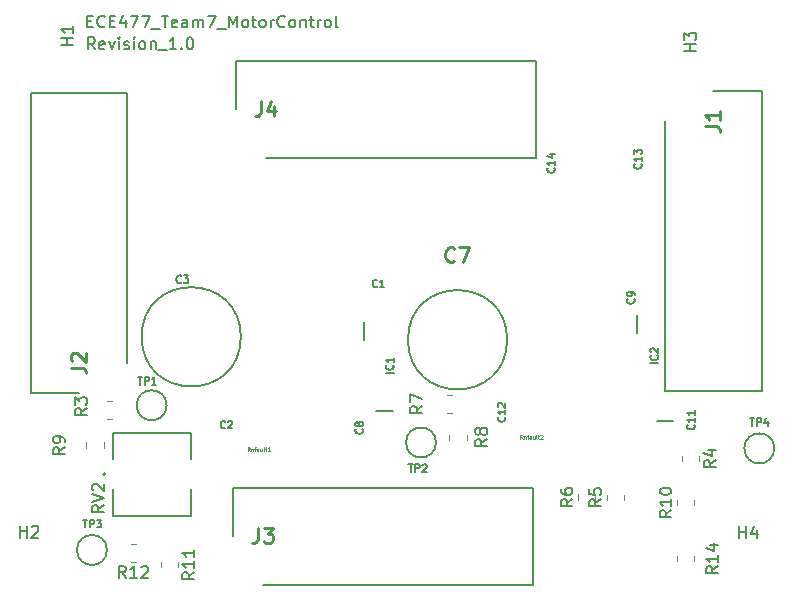
<source format=gbr>
%TF.GenerationSoftware,KiCad,Pcbnew,(5.1.9)-1*%
%TF.CreationDate,2021-10-18T22:43:19-04:00*%
%TF.ProjectId,ECE477_motorcontroller,45434534-3737-45f6-9d6f-746f72636f6e,rev?*%
%TF.SameCoordinates,Original*%
%TF.FileFunction,Legend,Top*%
%TF.FilePolarity,Positive*%
%FSLAX46Y46*%
G04 Gerber Fmt 4.6, Leading zero omitted, Abs format (unit mm)*
G04 Created by KiCad (PCBNEW (5.1.9)-1) date 2021-10-18 22:43:19*
%MOMM*%
%LPD*%
G01*
G04 APERTURE LIST*
%ADD10C,0.150000*%
%ADD11C,0.120000*%
%ADD12C,0.127000*%
%ADD13C,0.200000*%
%ADD14C,0.158750*%
%ADD15C,0.254000*%
%ADD16C,0.079375*%
G04 APERTURE END LIST*
D10*
X112592857Y-42202380D02*
X112259523Y-41726190D01*
X112021428Y-42202380D02*
X112021428Y-41202380D01*
X112402380Y-41202380D01*
X112497619Y-41250000D01*
X112545238Y-41297619D01*
X112592857Y-41392857D01*
X112592857Y-41535714D01*
X112545238Y-41630952D01*
X112497619Y-41678571D01*
X112402380Y-41726190D01*
X112021428Y-41726190D01*
X113402380Y-42154761D02*
X113307142Y-42202380D01*
X113116666Y-42202380D01*
X113021428Y-42154761D01*
X112973809Y-42059523D01*
X112973809Y-41678571D01*
X113021428Y-41583333D01*
X113116666Y-41535714D01*
X113307142Y-41535714D01*
X113402380Y-41583333D01*
X113450000Y-41678571D01*
X113450000Y-41773809D01*
X112973809Y-41869047D01*
X113783333Y-41535714D02*
X114021428Y-42202380D01*
X114259523Y-41535714D01*
X114640476Y-42202380D02*
X114640476Y-41535714D01*
X114640476Y-41202380D02*
X114592857Y-41250000D01*
X114640476Y-41297619D01*
X114688095Y-41250000D01*
X114640476Y-41202380D01*
X114640476Y-41297619D01*
X115069047Y-42154761D02*
X115164285Y-42202380D01*
X115354761Y-42202380D01*
X115450000Y-42154761D01*
X115497619Y-42059523D01*
X115497619Y-42011904D01*
X115450000Y-41916666D01*
X115354761Y-41869047D01*
X115211904Y-41869047D01*
X115116666Y-41821428D01*
X115069047Y-41726190D01*
X115069047Y-41678571D01*
X115116666Y-41583333D01*
X115211904Y-41535714D01*
X115354761Y-41535714D01*
X115450000Y-41583333D01*
X115926190Y-42202380D02*
X115926190Y-41535714D01*
X115926190Y-41202380D02*
X115878571Y-41250000D01*
X115926190Y-41297619D01*
X115973809Y-41250000D01*
X115926190Y-41202380D01*
X115926190Y-41297619D01*
X116545238Y-42202380D02*
X116450000Y-42154761D01*
X116402380Y-42107142D01*
X116354761Y-42011904D01*
X116354761Y-41726190D01*
X116402380Y-41630952D01*
X116450000Y-41583333D01*
X116545238Y-41535714D01*
X116688095Y-41535714D01*
X116783333Y-41583333D01*
X116830952Y-41630952D01*
X116878571Y-41726190D01*
X116878571Y-42011904D01*
X116830952Y-42107142D01*
X116783333Y-42154761D01*
X116688095Y-42202380D01*
X116545238Y-42202380D01*
X117307142Y-41535714D02*
X117307142Y-42202380D01*
X117307142Y-41630952D02*
X117354761Y-41583333D01*
X117450000Y-41535714D01*
X117592857Y-41535714D01*
X117688095Y-41583333D01*
X117735714Y-41678571D01*
X117735714Y-42202380D01*
X117973809Y-42297619D02*
X118735714Y-42297619D01*
X119497619Y-42202380D02*
X118926190Y-42202380D01*
X119211904Y-42202380D02*
X119211904Y-41202380D01*
X119116666Y-41345238D01*
X119021428Y-41440476D01*
X118926190Y-41488095D01*
X119926190Y-42107142D02*
X119973809Y-42154761D01*
X119926190Y-42202380D01*
X119878571Y-42154761D01*
X119926190Y-42107142D01*
X119926190Y-42202380D01*
X120592857Y-41202380D02*
X120688095Y-41202380D01*
X120783333Y-41250000D01*
X120830952Y-41297619D01*
X120878571Y-41392857D01*
X120926190Y-41583333D01*
X120926190Y-41821428D01*
X120878571Y-42011904D01*
X120830952Y-42107142D01*
X120783333Y-42154761D01*
X120688095Y-42202380D01*
X120592857Y-42202380D01*
X120497619Y-42154761D01*
X120450000Y-42107142D01*
X120402380Y-42011904D01*
X120354761Y-41821428D01*
X120354761Y-41583333D01*
X120402380Y-41392857D01*
X120450000Y-41297619D01*
X120497619Y-41250000D01*
X120592857Y-41202380D01*
X111952380Y-39828571D02*
X112285714Y-39828571D01*
X112428571Y-40352380D02*
X111952380Y-40352380D01*
X111952380Y-39352380D01*
X112428571Y-39352380D01*
X113428571Y-40257142D02*
X113380952Y-40304761D01*
X113238095Y-40352380D01*
X113142857Y-40352380D01*
X113000000Y-40304761D01*
X112904761Y-40209523D01*
X112857142Y-40114285D01*
X112809523Y-39923809D01*
X112809523Y-39780952D01*
X112857142Y-39590476D01*
X112904761Y-39495238D01*
X113000000Y-39400000D01*
X113142857Y-39352380D01*
X113238095Y-39352380D01*
X113380952Y-39400000D01*
X113428571Y-39447619D01*
X113857142Y-39828571D02*
X114190476Y-39828571D01*
X114333333Y-40352380D02*
X113857142Y-40352380D01*
X113857142Y-39352380D01*
X114333333Y-39352380D01*
X115190476Y-39685714D02*
X115190476Y-40352380D01*
X114952380Y-39304761D02*
X114714285Y-40019047D01*
X115333333Y-40019047D01*
X115619047Y-39352380D02*
X116285714Y-39352380D01*
X115857142Y-40352380D01*
X116571428Y-39352380D02*
X117238095Y-39352380D01*
X116809523Y-40352380D01*
X117380952Y-40447619D02*
X118142857Y-40447619D01*
X118238095Y-39352380D02*
X118809523Y-39352380D01*
X118523809Y-40352380D02*
X118523809Y-39352380D01*
X119523809Y-40304761D02*
X119428571Y-40352380D01*
X119238095Y-40352380D01*
X119142857Y-40304761D01*
X119095238Y-40209523D01*
X119095238Y-39828571D01*
X119142857Y-39733333D01*
X119238095Y-39685714D01*
X119428571Y-39685714D01*
X119523809Y-39733333D01*
X119571428Y-39828571D01*
X119571428Y-39923809D01*
X119095238Y-40019047D01*
X120428571Y-40352380D02*
X120428571Y-39828571D01*
X120380952Y-39733333D01*
X120285714Y-39685714D01*
X120095238Y-39685714D01*
X120000000Y-39733333D01*
X120428571Y-40304761D02*
X120333333Y-40352380D01*
X120095238Y-40352380D01*
X120000000Y-40304761D01*
X119952380Y-40209523D01*
X119952380Y-40114285D01*
X120000000Y-40019047D01*
X120095238Y-39971428D01*
X120333333Y-39971428D01*
X120428571Y-39923809D01*
X120904761Y-40352380D02*
X120904761Y-39685714D01*
X120904761Y-39780952D02*
X120952380Y-39733333D01*
X121047619Y-39685714D01*
X121190476Y-39685714D01*
X121285714Y-39733333D01*
X121333333Y-39828571D01*
X121333333Y-40352380D01*
X121333333Y-39828571D02*
X121380952Y-39733333D01*
X121476190Y-39685714D01*
X121619047Y-39685714D01*
X121714285Y-39733333D01*
X121761904Y-39828571D01*
X121761904Y-40352380D01*
X122142857Y-39352380D02*
X122809523Y-39352380D01*
X122380952Y-40352380D01*
X122952380Y-40447619D02*
X123714285Y-40447619D01*
X123952380Y-40352380D02*
X123952380Y-39352380D01*
X124285714Y-40066666D01*
X124619047Y-39352380D01*
X124619047Y-40352380D01*
X125238095Y-40352380D02*
X125142857Y-40304761D01*
X125095238Y-40257142D01*
X125047619Y-40161904D01*
X125047619Y-39876190D01*
X125095238Y-39780952D01*
X125142857Y-39733333D01*
X125238095Y-39685714D01*
X125380952Y-39685714D01*
X125476190Y-39733333D01*
X125523809Y-39780952D01*
X125571428Y-39876190D01*
X125571428Y-40161904D01*
X125523809Y-40257142D01*
X125476190Y-40304761D01*
X125380952Y-40352380D01*
X125238095Y-40352380D01*
X125857142Y-39685714D02*
X126238095Y-39685714D01*
X126000000Y-39352380D02*
X126000000Y-40209523D01*
X126047619Y-40304761D01*
X126142857Y-40352380D01*
X126238095Y-40352380D01*
X126714285Y-40352380D02*
X126619047Y-40304761D01*
X126571428Y-40257142D01*
X126523809Y-40161904D01*
X126523809Y-39876190D01*
X126571428Y-39780952D01*
X126619047Y-39733333D01*
X126714285Y-39685714D01*
X126857142Y-39685714D01*
X126952380Y-39733333D01*
X127000000Y-39780952D01*
X127047619Y-39876190D01*
X127047619Y-40161904D01*
X127000000Y-40257142D01*
X126952380Y-40304761D01*
X126857142Y-40352380D01*
X126714285Y-40352380D01*
X127476190Y-40352380D02*
X127476190Y-39685714D01*
X127476190Y-39876190D02*
X127523809Y-39780952D01*
X127571428Y-39733333D01*
X127666666Y-39685714D01*
X127761904Y-39685714D01*
X128666666Y-40257142D02*
X128619047Y-40304761D01*
X128476190Y-40352380D01*
X128380952Y-40352380D01*
X128238095Y-40304761D01*
X128142857Y-40209523D01*
X128095238Y-40114285D01*
X128047619Y-39923809D01*
X128047619Y-39780952D01*
X128095238Y-39590476D01*
X128142857Y-39495238D01*
X128238095Y-39400000D01*
X128380952Y-39352380D01*
X128476190Y-39352380D01*
X128619047Y-39400000D01*
X128666666Y-39447619D01*
X129238095Y-40352380D02*
X129142857Y-40304761D01*
X129095238Y-40257142D01*
X129047619Y-40161904D01*
X129047619Y-39876190D01*
X129095238Y-39780952D01*
X129142857Y-39733333D01*
X129238095Y-39685714D01*
X129380952Y-39685714D01*
X129476190Y-39733333D01*
X129523809Y-39780952D01*
X129571428Y-39876190D01*
X129571428Y-40161904D01*
X129523809Y-40257142D01*
X129476190Y-40304761D01*
X129380952Y-40352380D01*
X129238095Y-40352380D01*
X130000000Y-39685714D02*
X130000000Y-40352380D01*
X130000000Y-39780952D02*
X130047619Y-39733333D01*
X130142857Y-39685714D01*
X130285714Y-39685714D01*
X130380952Y-39733333D01*
X130428571Y-39828571D01*
X130428571Y-40352380D01*
X130761904Y-39685714D02*
X131142857Y-39685714D01*
X130904761Y-39352380D02*
X130904761Y-40209523D01*
X130952380Y-40304761D01*
X131047619Y-40352380D01*
X131142857Y-40352380D01*
X131476190Y-40352380D02*
X131476190Y-39685714D01*
X131476190Y-39876190D02*
X131523809Y-39780952D01*
X131571428Y-39733333D01*
X131666666Y-39685714D01*
X131761904Y-39685714D01*
X132238095Y-40352380D02*
X132142857Y-40304761D01*
X132095238Y-40257142D01*
X132047619Y-40161904D01*
X132047619Y-39876190D01*
X132095238Y-39780952D01*
X132142857Y-39733333D01*
X132238095Y-39685714D01*
X132380952Y-39685714D01*
X132476190Y-39733333D01*
X132523809Y-39780952D01*
X132571428Y-39876190D01*
X132571428Y-40161904D01*
X132523809Y-40257142D01*
X132476190Y-40304761D01*
X132380952Y-40352380D01*
X132238095Y-40352380D01*
X133142857Y-40352380D02*
X133047619Y-40304761D01*
X133000000Y-40209523D01*
X133000000Y-39352380D01*
D11*
%TO.C,R14*%
X161865000Y-85527064D02*
X161865000Y-85072936D01*
X163335000Y-85527064D02*
X163335000Y-85072936D01*
%TO.C,R12*%
X116077064Y-85585000D02*
X115622936Y-85585000D01*
X116077064Y-84115000D02*
X115622936Y-84115000D01*
%TO.C,R11*%
X119635000Y-85622936D02*
X119635000Y-86077064D01*
X118165000Y-85622936D02*
X118165000Y-86077064D01*
%TO.C,R10*%
X161865000Y-80827064D02*
X161865000Y-80372936D01*
X163335000Y-80827064D02*
X163335000Y-80372936D01*
%TO.C,R9*%
X113335000Y-75472936D02*
X113335000Y-75927064D01*
X111865000Y-75472936D02*
X111865000Y-75927064D01*
%TO.C,R8*%
X144085000Y-74872936D02*
X144085000Y-75327064D01*
X142615000Y-74872936D02*
X142615000Y-75327064D01*
%TO.C,R7*%
X142372936Y-71515000D02*
X142827064Y-71515000D01*
X142372936Y-72985000D02*
X142827064Y-72985000D01*
%TO.C,R4*%
X163785000Y-76622936D02*
X163785000Y-77077064D01*
X162315000Y-76622936D02*
X162315000Y-77077064D01*
%TO.C,R3*%
X114077064Y-73485000D02*
X113622936Y-73485000D01*
X114077064Y-72015000D02*
X113622936Y-72015000D01*
D12*
%TO.C,TP4*%
X170120000Y-76000000D02*
G75*
G03*
X170120000Y-76000000I-1270000J0D01*
G01*
%TO.C,RV2*%
X114150000Y-81720000D02*
X114150000Y-79435000D01*
X114150000Y-76895000D02*
X114150000Y-74730000D01*
X114150000Y-74730000D02*
X120750000Y-74730000D01*
X120750000Y-74730000D02*
X120750000Y-76895000D01*
X120750000Y-79435000D02*
X120750000Y-81720000D01*
X120750000Y-81730000D02*
X114150000Y-81730000D01*
D13*
X113486000Y-78200000D02*
G75*
G03*
X113486000Y-78200000I-100000J0D01*
G01*
D12*
%TO.C,TP2*%
X141470000Y-75500000D02*
G75*
G03*
X141470000Y-75500000I-1270000J0D01*
G01*
%TO.C,TP3*%
X113620000Y-84600000D02*
G75*
G03*
X113620000Y-84600000I-1270000J0D01*
G01*
%TO.C,TP1*%
X118670000Y-72350000D02*
G75*
G03*
X118670000Y-72350000I-1270000J0D01*
G01*
D13*
%TO.C,J3*%
X126827000Y-87524000D02*
X149687000Y-87524000D01*
X149687000Y-87524000D02*
X149687000Y-79324000D01*
X149687000Y-79324000D02*
X124287000Y-79324000D01*
X124287000Y-79324000D02*
X124287000Y-83424000D01*
%TO.C,J2*%
X107152000Y-71289000D02*
X111252000Y-71289000D01*
X107152000Y-45889000D02*
X107152000Y-71289000D01*
X115352000Y-45889000D02*
X107152000Y-45889000D01*
X115352000Y-68749000D02*
X115352000Y-45889000D01*
%TO.C,J4*%
X124510000Y-43200000D02*
X124510000Y-47300000D01*
X149910000Y-43200000D02*
X124510000Y-43200000D01*
X149910000Y-51400000D02*
X149910000Y-43200000D01*
X127050000Y-51400000D02*
X149910000Y-51400000D01*
%TO.C,J1*%
X169048000Y-45750000D02*
X164948000Y-45750000D01*
X169048000Y-71150000D02*
X169048000Y-45750000D01*
X160848000Y-71150000D02*
X169048000Y-71150000D01*
X160848000Y-48290000D02*
X160848000Y-71150000D01*
D11*
%TO.C,R6*%
X154963000Y-80348064D02*
X154963000Y-79893936D01*
X153493000Y-80348064D02*
X153493000Y-79893936D01*
%TO.C,R5*%
X157385000Y-80377064D02*
X157385000Y-79922936D01*
X155915000Y-80377064D02*
X155915000Y-79922936D01*
D13*
%TO.C,IC2*%
X158500000Y-64725000D02*
X158500000Y-66200000D01*
%TO.C,IC1*%
X135400000Y-65325000D02*
X135400000Y-66800000D01*
%TO.C,C11*%
X160184000Y-73690000D02*
X161584000Y-73690000D01*
%TO.C,C8*%
X136416000Y-72824000D02*
X137816000Y-72824000D01*
%TO.C,C7*%
X147500000Y-66800000D02*
G75*
G03*
X147500000Y-66800000I-4200000J0D01*
G01*
%TO.C,C3*%
X124952000Y-66550000D02*
G75*
G03*
X124952000Y-66550000I-4200000J0D01*
G01*
%TO.C,R14*%
D10*
X165352380Y-85992857D02*
X164876190Y-86326190D01*
X165352380Y-86564285D02*
X164352380Y-86564285D01*
X164352380Y-86183333D01*
X164400000Y-86088095D01*
X164447619Y-86040476D01*
X164542857Y-85992857D01*
X164685714Y-85992857D01*
X164780952Y-86040476D01*
X164828571Y-86088095D01*
X164876190Y-86183333D01*
X164876190Y-86564285D01*
X165352380Y-85040476D02*
X165352380Y-85611904D01*
X165352380Y-85326190D02*
X164352380Y-85326190D01*
X164495238Y-85421428D01*
X164590476Y-85516666D01*
X164638095Y-85611904D01*
X164685714Y-84183333D02*
X165352380Y-84183333D01*
X164304761Y-84421428D02*
X165019047Y-84659523D01*
X165019047Y-84040476D01*
%TO.C,R12*%
X115207142Y-86952380D02*
X114873809Y-86476190D01*
X114635714Y-86952380D02*
X114635714Y-85952380D01*
X115016666Y-85952380D01*
X115111904Y-86000000D01*
X115159523Y-86047619D01*
X115207142Y-86142857D01*
X115207142Y-86285714D01*
X115159523Y-86380952D01*
X115111904Y-86428571D01*
X115016666Y-86476190D01*
X114635714Y-86476190D01*
X116159523Y-86952380D02*
X115588095Y-86952380D01*
X115873809Y-86952380D02*
X115873809Y-85952380D01*
X115778571Y-86095238D01*
X115683333Y-86190476D01*
X115588095Y-86238095D01*
X116540476Y-86047619D02*
X116588095Y-86000000D01*
X116683333Y-85952380D01*
X116921428Y-85952380D01*
X117016666Y-86000000D01*
X117064285Y-86047619D01*
X117111904Y-86142857D01*
X117111904Y-86238095D01*
X117064285Y-86380952D01*
X116492857Y-86952380D01*
X117111904Y-86952380D01*
%TO.C,R11*%
X121002380Y-86492857D02*
X120526190Y-86826190D01*
X121002380Y-87064285D02*
X120002380Y-87064285D01*
X120002380Y-86683333D01*
X120050000Y-86588095D01*
X120097619Y-86540476D01*
X120192857Y-86492857D01*
X120335714Y-86492857D01*
X120430952Y-86540476D01*
X120478571Y-86588095D01*
X120526190Y-86683333D01*
X120526190Y-87064285D01*
X121002380Y-85540476D02*
X121002380Y-86111904D01*
X121002380Y-85826190D02*
X120002380Y-85826190D01*
X120145238Y-85921428D01*
X120240476Y-86016666D01*
X120288095Y-86111904D01*
X121002380Y-84588095D02*
X121002380Y-85159523D01*
X121002380Y-84873809D02*
X120002380Y-84873809D01*
X120145238Y-84969047D01*
X120240476Y-85064285D01*
X120288095Y-85159523D01*
%TO.C,H4*%
X167138095Y-83602380D02*
X167138095Y-82602380D01*
X167138095Y-83078571D02*
X167709523Y-83078571D01*
X167709523Y-83602380D02*
X167709523Y-82602380D01*
X168614285Y-82935714D02*
X168614285Y-83602380D01*
X168376190Y-82554761D02*
X168138095Y-83269047D01*
X168757142Y-83269047D01*
%TO.C,H3*%
X163502380Y-42361904D02*
X162502380Y-42361904D01*
X162978571Y-42361904D02*
X162978571Y-41790476D01*
X163502380Y-41790476D02*
X162502380Y-41790476D01*
X162502380Y-41409523D02*
X162502380Y-40790476D01*
X162883333Y-41123809D01*
X162883333Y-40980952D01*
X162930952Y-40885714D01*
X162978571Y-40838095D01*
X163073809Y-40790476D01*
X163311904Y-40790476D01*
X163407142Y-40838095D01*
X163454761Y-40885714D01*
X163502380Y-40980952D01*
X163502380Y-41266666D01*
X163454761Y-41361904D01*
X163407142Y-41409523D01*
%TO.C,H2*%
X106238095Y-83552380D02*
X106238095Y-82552380D01*
X106238095Y-83028571D02*
X106809523Y-83028571D01*
X106809523Y-83552380D02*
X106809523Y-82552380D01*
X107238095Y-82647619D02*
X107285714Y-82600000D01*
X107380952Y-82552380D01*
X107619047Y-82552380D01*
X107714285Y-82600000D01*
X107761904Y-82647619D01*
X107809523Y-82742857D01*
X107809523Y-82838095D01*
X107761904Y-82980952D01*
X107190476Y-83552380D01*
X107809523Y-83552380D01*
%TO.C,H1*%
X110752380Y-41811904D02*
X109752380Y-41811904D01*
X110228571Y-41811904D02*
X110228571Y-41240476D01*
X110752380Y-41240476D02*
X109752380Y-41240476D01*
X110752380Y-40240476D02*
X110752380Y-40811904D01*
X110752380Y-40526190D02*
X109752380Y-40526190D01*
X109895238Y-40621428D01*
X109990476Y-40716666D01*
X110038095Y-40811904D01*
%TO.C,R10*%
X161402380Y-81242857D02*
X160926190Y-81576190D01*
X161402380Y-81814285D02*
X160402380Y-81814285D01*
X160402380Y-81433333D01*
X160450000Y-81338095D01*
X160497619Y-81290476D01*
X160592857Y-81242857D01*
X160735714Y-81242857D01*
X160830952Y-81290476D01*
X160878571Y-81338095D01*
X160926190Y-81433333D01*
X160926190Y-81814285D01*
X161402380Y-80290476D02*
X161402380Y-80861904D01*
X161402380Y-80576190D02*
X160402380Y-80576190D01*
X160545238Y-80671428D01*
X160640476Y-80766666D01*
X160688095Y-80861904D01*
X160402380Y-79671428D02*
X160402380Y-79576190D01*
X160450000Y-79480952D01*
X160497619Y-79433333D01*
X160592857Y-79385714D01*
X160783333Y-79338095D01*
X161021428Y-79338095D01*
X161211904Y-79385714D01*
X161307142Y-79433333D01*
X161354761Y-79480952D01*
X161402380Y-79576190D01*
X161402380Y-79671428D01*
X161354761Y-79766666D01*
X161307142Y-79814285D01*
X161211904Y-79861904D01*
X161021428Y-79909523D01*
X160783333Y-79909523D01*
X160592857Y-79861904D01*
X160497619Y-79814285D01*
X160450000Y-79766666D01*
X160402380Y-79671428D01*
%TO.C,R9*%
X110052380Y-75916666D02*
X109576190Y-76250000D01*
X110052380Y-76488095D02*
X109052380Y-76488095D01*
X109052380Y-76107142D01*
X109100000Y-76011904D01*
X109147619Y-75964285D01*
X109242857Y-75916666D01*
X109385714Y-75916666D01*
X109480952Y-75964285D01*
X109528571Y-76011904D01*
X109576190Y-76107142D01*
X109576190Y-76488095D01*
X110052380Y-75440476D02*
X110052380Y-75250000D01*
X110004761Y-75154761D01*
X109957142Y-75107142D01*
X109814285Y-75011904D01*
X109623809Y-74964285D01*
X109242857Y-74964285D01*
X109147619Y-75011904D01*
X109100000Y-75059523D01*
X109052380Y-75154761D01*
X109052380Y-75345238D01*
X109100000Y-75440476D01*
X109147619Y-75488095D01*
X109242857Y-75535714D01*
X109480952Y-75535714D01*
X109576190Y-75488095D01*
X109623809Y-75440476D01*
X109671428Y-75345238D01*
X109671428Y-75154761D01*
X109623809Y-75059523D01*
X109576190Y-75011904D01*
X109480952Y-74964285D01*
%TO.C,R8*%
X145802380Y-75216666D02*
X145326190Y-75550000D01*
X145802380Y-75788095D02*
X144802380Y-75788095D01*
X144802380Y-75407142D01*
X144850000Y-75311904D01*
X144897619Y-75264285D01*
X144992857Y-75216666D01*
X145135714Y-75216666D01*
X145230952Y-75264285D01*
X145278571Y-75311904D01*
X145326190Y-75407142D01*
X145326190Y-75788095D01*
X145230952Y-74645238D02*
X145183333Y-74740476D01*
X145135714Y-74788095D01*
X145040476Y-74835714D01*
X144992857Y-74835714D01*
X144897619Y-74788095D01*
X144850000Y-74740476D01*
X144802380Y-74645238D01*
X144802380Y-74454761D01*
X144850000Y-74359523D01*
X144897619Y-74311904D01*
X144992857Y-74264285D01*
X145040476Y-74264285D01*
X145135714Y-74311904D01*
X145183333Y-74359523D01*
X145230952Y-74454761D01*
X145230952Y-74645238D01*
X145278571Y-74740476D01*
X145326190Y-74788095D01*
X145421428Y-74835714D01*
X145611904Y-74835714D01*
X145707142Y-74788095D01*
X145754761Y-74740476D01*
X145802380Y-74645238D01*
X145802380Y-74454761D01*
X145754761Y-74359523D01*
X145707142Y-74311904D01*
X145611904Y-74264285D01*
X145421428Y-74264285D01*
X145326190Y-74311904D01*
X145278571Y-74359523D01*
X145230952Y-74454761D01*
%TO.C,R7*%
X140302380Y-72416666D02*
X139826190Y-72750000D01*
X140302380Y-72988095D02*
X139302380Y-72988095D01*
X139302380Y-72607142D01*
X139350000Y-72511904D01*
X139397619Y-72464285D01*
X139492857Y-72416666D01*
X139635714Y-72416666D01*
X139730952Y-72464285D01*
X139778571Y-72511904D01*
X139826190Y-72607142D01*
X139826190Y-72988095D01*
X139302380Y-72083333D02*
X139302380Y-71416666D01*
X140302380Y-71845238D01*
%TO.C,R4*%
X165152380Y-77016666D02*
X164676190Y-77350000D01*
X165152380Y-77588095D02*
X164152380Y-77588095D01*
X164152380Y-77207142D01*
X164200000Y-77111904D01*
X164247619Y-77064285D01*
X164342857Y-77016666D01*
X164485714Y-77016666D01*
X164580952Y-77064285D01*
X164628571Y-77111904D01*
X164676190Y-77207142D01*
X164676190Y-77588095D01*
X164485714Y-76159523D02*
X165152380Y-76159523D01*
X164104761Y-76397619D02*
X164819047Y-76635714D01*
X164819047Y-76016666D01*
%TO.C,R3*%
X111902380Y-72616666D02*
X111426190Y-72950000D01*
X111902380Y-73188095D02*
X110902380Y-73188095D01*
X110902380Y-72807142D01*
X110950000Y-72711904D01*
X110997619Y-72664285D01*
X111092857Y-72616666D01*
X111235714Y-72616666D01*
X111330952Y-72664285D01*
X111378571Y-72711904D01*
X111426190Y-72807142D01*
X111426190Y-73188095D01*
X110902380Y-72283333D02*
X110902380Y-71664285D01*
X111283333Y-71997619D01*
X111283333Y-71854761D01*
X111330952Y-71759523D01*
X111378571Y-71711904D01*
X111473809Y-71664285D01*
X111711904Y-71664285D01*
X111807142Y-71711904D01*
X111854761Y-71759523D01*
X111902380Y-71854761D01*
X111902380Y-72140476D01*
X111854761Y-72235714D01*
X111807142Y-72283333D01*
%TO.C,TP4*%
X168074380Y-73443123D02*
X168440095Y-73443123D01*
X168257238Y-74083123D02*
X168257238Y-73443123D01*
X168653428Y-74083123D02*
X168653428Y-73443123D01*
X168897238Y-73443123D01*
X168958190Y-73473600D01*
X168988666Y-73504076D01*
X169019142Y-73565028D01*
X169019142Y-73656457D01*
X168988666Y-73717409D01*
X168958190Y-73747885D01*
X168897238Y-73778361D01*
X168653428Y-73778361D01*
X169567714Y-73656457D02*
X169567714Y-74083123D01*
X169415333Y-73412647D02*
X169262952Y-73869790D01*
X169659142Y-73869790D01*
%TO.C,RV2*%
X113353627Y-80796878D02*
X112876124Y-81131130D01*
X113353627Y-81369882D02*
X112350871Y-81369882D01*
X112350871Y-80987879D01*
X112398622Y-80892379D01*
X112446372Y-80844628D01*
X112541872Y-80796878D01*
X112685123Y-80796878D01*
X112780624Y-80844628D01*
X112828374Y-80892379D01*
X112876124Y-80987879D01*
X112876124Y-81369882D01*
X112350871Y-80510376D02*
X113353627Y-80176124D01*
X112350871Y-79841872D01*
X112446372Y-79555371D02*
X112398622Y-79507620D01*
X112350871Y-79412120D01*
X112350871Y-79173368D01*
X112398622Y-79077868D01*
X112446372Y-79030118D01*
X112541872Y-78982367D01*
X112637373Y-78982367D01*
X112780624Y-79030118D01*
X113353627Y-79603121D01*
X113353627Y-78982367D01*
%TO.C,TP2*%
X139142380Y-77349523D02*
X139508095Y-77349523D01*
X139325238Y-77989523D02*
X139325238Y-77349523D01*
X139721428Y-77989523D02*
X139721428Y-77349523D01*
X139965238Y-77349523D01*
X140026190Y-77380000D01*
X140056666Y-77410476D01*
X140087142Y-77471428D01*
X140087142Y-77562857D01*
X140056666Y-77623809D01*
X140026190Y-77654285D01*
X139965238Y-77684761D01*
X139721428Y-77684761D01*
X140330952Y-77410476D02*
X140361428Y-77380000D01*
X140422380Y-77349523D01*
X140574761Y-77349523D01*
X140635714Y-77380000D01*
X140666190Y-77410476D01*
X140696666Y-77471428D01*
X140696666Y-77532380D01*
X140666190Y-77623809D01*
X140300476Y-77989523D01*
X140696666Y-77989523D01*
%TO.C,TP3*%
X111574380Y-82043123D02*
X111940095Y-82043123D01*
X111757238Y-82683123D02*
X111757238Y-82043123D01*
X112153428Y-82683123D02*
X112153428Y-82043123D01*
X112397238Y-82043123D01*
X112458190Y-82073600D01*
X112488666Y-82104076D01*
X112519142Y-82165028D01*
X112519142Y-82256457D01*
X112488666Y-82317409D01*
X112458190Y-82347885D01*
X112397238Y-82378361D01*
X112153428Y-82378361D01*
X112732476Y-82043123D02*
X113128666Y-82043123D01*
X112915333Y-82286933D01*
X113006761Y-82286933D01*
X113067714Y-82317409D01*
X113098190Y-82347885D01*
X113128666Y-82408838D01*
X113128666Y-82561219D01*
X113098190Y-82622171D01*
X113067714Y-82652647D01*
X113006761Y-82683123D01*
X112823904Y-82683123D01*
X112762952Y-82652647D01*
X112732476Y-82622171D01*
%TO.C,TP1*%
X116242380Y-69949523D02*
X116608095Y-69949523D01*
X116425238Y-70589523D02*
X116425238Y-69949523D01*
X116821428Y-70589523D02*
X116821428Y-69949523D01*
X117065238Y-69949523D01*
X117126190Y-69980000D01*
X117156666Y-70010476D01*
X117187142Y-70071428D01*
X117187142Y-70162857D01*
X117156666Y-70223809D01*
X117126190Y-70254285D01*
X117065238Y-70284761D01*
X116821428Y-70284761D01*
X117796666Y-70589523D02*
X117430952Y-70589523D01*
X117613809Y-70589523D02*
X117613809Y-69949523D01*
X117552857Y-70040952D01*
X117491904Y-70101904D01*
X117430952Y-70132380D01*
%TO.C,C14*%
D14*
X151476785Y-52258214D02*
X151507023Y-52288452D01*
X151537261Y-52379166D01*
X151537261Y-52439642D01*
X151507023Y-52530357D01*
X151446547Y-52590833D01*
X151386071Y-52621071D01*
X151265119Y-52651309D01*
X151174404Y-52651309D01*
X151053452Y-52621071D01*
X150992976Y-52590833D01*
X150932500Y-52530357D01*
X150902261Y-52439642D01*
X150902261Y-52379166D01*
X150932500Y-52288452D01*
X150962738Y-52258214D01*
X151537261Y-51653452D02*
X151537261Y-52016309D01*
X151537261Y-51834880D02*
X150902261Y-51834880D01*
X150992976Y-51895357D01*
X151053452Y-51955833D01*
X151083690Y-52016309D01*
X151113928Y-51109166D02*
X151537261Y-51109166D01*
X150872023Y-51260357D02*
X151325595Y-51411547D01*
X151325595Y-51018452D01*
%TO.C,C13*%
X158826785Y-51908214D02*
X158857023Y-51938452D01*
X158887261Y-52029166D01*
X158887261Y-52089642D01*
X158857023Y-52180357D01*
X158796547Y-52240833D01*
X158736071Y-52271071D01*
X158615119Y-52301309D01*
X158524404Y-52301309D01*
X158403452Y-52271071D01*
X158342976Y-52240833D01*
X158282500Y-52180357D01*
X158252261Y-52089642D01*
X158252261Y-52029166D01*
X158282500Y-51938452D01*
X158312738Y-51908214D01*
X158887261Y-51303452D02*
X158887261Y-51666309D01*
X158887261Y-51484880D02*
X158252261Y-51484880D01*
X158342976Y-51545357D01*
X158403452Y-51605833D01*
X158433690Y-51666309D01*
X158252261Y-51091785D02*
X158252261Y-50698690D01*
X158494166Y-50910357D01*
X158494166Y-50819642D01*
X158524404Y-50759166D01*
X158554642Y-50728928D01*
X158615119Y-50698690D01*
X158766309Y-50698690D01*
X158826785Y-50728928D01*
X158857023Y-50759166D01*
X158887261Y-50819642D01*
X158887261Y-51001071D01*
X158857023Y-51061547D01*
X158826785Y-51091785D01*
%TO.C,J3*%
D15*
X126403666Y-82728523D02*
X126403666Y-83635666D01*
X126343190Y-83817095D01*
X126222238Y-83938047D01*
X126040809Y-83998523D01*
X125919857Y-83998523D01*
X126887476Y-82728523D02*
X127673666Y-82728523D01*
X127250333Y-83212333D01*
X127431761Y-83212333D01*
X127552714Y-83272809D01*
X127613190Y-83333285D01*
X127673666Y-83454238D01*
X127673666Y-83756619D01*
X127613190Y-83877571D01*
X127552714Y-83938047D01*
X127431761Y-83998523D01*
X127068904Y-83998523D01*
X126947952Y-83938047D01*
X126887476Y-83877571D01*
%TO.C,J2*%
X110556523Y-69172333D02*
X111463666Y-69172333D01*
X111645095Y-69232809D01*
X111766047Y-69353761D01*
X111826523Y-69535190D01*
X111826523Y-69656142D01*
X110677476Y-68628047D02*
X110617000Y-68567571D01*
X110556523Y-68446619D01*
X110556523Y-68144238D01*
X110617000Y-68023285D01*
X110677476Y-67962809D01*
X110798428Y-67902333D01*
X110919380Y-67902333D01*
X111100809Y-67962809D01*
X111826523Y-68688523D01*
X111826523Y-67902333D01*
%TO.C,J4*%
X126626666Y-46604523D02*
X126626666Y-47511666D01*
X126566190Y-47693095D01*
X126445238Y-47814047D01*
X126263809Y-47874523D01*
X126142857Y-47874523D01*
X127775714Y-47027857D02*
X127775714Y-47874523D01*
X127473333Y-46544047D02*
X127170952Y-47451190D01*
X127957142Y-47451190D01*
%TO.C,J1*%
X164252523Y-48713333D02*
X165159666Y-48713333D01*
X165341095Y-48773809D01*
X165462047Y-48894761D01*
X165522523Y-49076190D01*
X165522523Y-49197142D01*
X165522523Y-47443333D02*
X165522523Y-48169047D01*
X165522523Y-47806190D02*
X164252523Y-47806190D01*
X164433952Y-47927142D01*
X164554904Y-48048095D01*
X164615380Y-48169047D01*
%TO.C,R6*%
D10*
X153030380Y-80287666D02*
X152554190Y-80621000D01*
X153030380Y-80859095D02*
X152030380Y-80859095D01*
X152030380Y-80478142D01*
X152078000Y-80382904D01*
X152125619Y-80335285D01*
X152220857Y-80287666D01*
X152363714Y-80287666D01*
X152458952Y-80335285D01*
X152506571Y-80382904D01*
X152554190Y-80478142D01*
X152554190Y-80859095D01*
X152030380Y-79430523D02*
X152030380Y-79621000D01*
X152078000Y-79716238D01*
X152125619Y-79763857D01*
X152268476Y-79859095D01*
X152458952Y-79906714D01*
X152839904Y-79906714D01*
X152935142Y-79859095D01*
X152982761Y-79811476D01*
X153030380Y-79716238D01*
X153030380Y-79525761D01*
X152982761Y-79430523D01*
X152935142Y-79382904D01*
X152839904Y-79335285D01*
X152601809Y-79335285D01*
X152506571Y-79382904D01*
X152458952Y-79430523D01*
X152411333Y-79525761D01*
X152411333Y-79716238D01*
X152458952Y-79811476D01*
X152506571Y-79859095D01*
X152601809Y-79906714D01*
%TO.C,R5*%
X155452380Y-80316666D02*
X154976190Y-80650000D01*
X155452380Y-80888095D02*
X154452380Y-80888095D01*
X154452380Y-80507142D01*
X154500000Y-80411904D01*
X154547619Y-80364285D01*
X154642857Y-80316666D01*
X154785714Y-80316666D01*
X154880952Y-80364285D01*
X154928571Y-80411904D01*
X154976190Y-80507142D01*
X154976190Y-80888095D01*
X154452380Y-79411904D02*
X154452380Y-79888095D01*
X154928571Y-79935714D01*
X154880952Y-79888095D01*
X154833333Y-79792857D01*
X154833333Y-79554761D01*
X154880952Y-79459523D01*
X154928571Y-79411904D01*
X155023809Y-79364285D01*
X155261904Y-79364285D01*
X155357142Y-79411904D01*
X155404761Y-79459523D01*
X155452380Y-79554761D01*
X155452380Y-79792857D01*
X155404761Y-79888095D01*
X155357142Y-79935714D01*
%TO.C,Rnfault2*%
D16*
X148801607Y-75193630D02*
X148695773Y-75042440D01*
X148620178Y-75193630D02*
X148620178Y-74876130D01*
X148741130Y-74876130D01*
X148771369Y-74891250D01*
X148786488Y-74906369D01*
X148801607Y-74936607D01*
X148801607Y-74981964D01*
X148786488Y-75012202D01*
X148771369Y-75027321D01*
X148741130Y-75042440D01*
X148620178Y-75042440D01*
X148937678Y-74981964D02*
X148937678Y-75193630D01*
X148937678Y-75012202D02*
X148952797Y-74997083D01*
X148983035Y-74981964D01*
X149028392Y-74981964D01*
X149058630Y-74997083D01*
X149073750Y-75027321D01*
X149073750Y-75193630D01*
X149179583Y-74981964D02*
X149300535Y-74981964D01*
X149224940Y-75193630D02*
X149224940Y-74921488D01*
X149240059Y-74891250D01*
X149270297Y-74876130D01*
X149300535Y-74876130D01*
X149542440Y-75193630D02*
X149542440Y-75027321D01*
X149527321Y-74997083D01*
X149497083Y-74981964D01*
X149436607Y-74981964D01*
X149406369Y-74997083D01*
X149542440Y-75178511D02*
X149512202Y-75193630D01*
X149436607Y-75193630D01*
X149406369Y-75178511D01*
X149391250Y-75148273D01*
X149391250Y-75118035D01*
X149406369Y-75087797D01*
X149436607Y-75072678D01*
X149512202Y-75072678D01*
X149542440Y-75057559D01*
X149829702Y-74981964D02*
X149829702Y-75193630D01*
X149693630Y-74981964D02*
X149693630Y-75148273D01*
X149708750Y-75178511D01*
X149738988Y-75193630D01*
X149784345Y-75193630D01*
X149814583Y-75178511D01*
X149829702Y-75163392D01*
X150026250Y-75193630D02*
X149996011Y-75178511D01*
X149980892Y-75148273D01*
X149980892Y-74876130D01*
X150101845Y-74981964D02*
X150222797Y-74981964D01*
X150147202Y-74876130D02*
X150147202Y-75148273D01*
X150162321Y-75178511D01*
X150192559Y-75193630D01*
X150222797Y-75193630D01*
X150313511Y-74906369D02*
X150328630Y-74891250D01*
X150358869Y-74876130D01*
X150434464Y-74876130D01*
X150464702Y-74891250D01*
X150479821Y-74906369D01*
X150494940Y-74936607D01*
X150494940Y-74966845D01*
X150479821Y-75012202D01*
X150298392Y-75193630D01*
X150494940Y-75193630D01*
%TO.C,Rnfault1*%
X125701607Y-76227630D02*
X125595773Y-76076440D01*
X125520178Y-76227630D02*
X125520178Y-75910130D01*
X125641130Y-75910130D01*
X125671369Y-75925250D01*
X125686488Y-75940369D01*
X125701607Y-75970607D01*
X125701607Y-76015964D01*
X125686488Y-76046202D01*
X125671369Y-76061321D01*
X125641130Y-76076440D01*
X125520178Y-76076440D01*
X125837678Y-76015964D02*
X125837678Y-76227630D01*
X125837678Y-76046202D02*
X125852797Y-76031083D01*
X125883035Y-76015964D01*
X125928392Y-76015964D01*
X125958630Y-76031083D01*
X125973750Y-76061321D01*
X125973750Y-76227630D01*
X126079583Y-76015964D02*
X126200535Y-76015964D01*
X126124940Y-76227630D02*
X126124940Y-75955488D01*
X126140059Y-75925250D01*
X126170297Y-75910130D01*
X126200535Y-75910130D01*
X126442440Y-76227630D02*
X126442440Y-76061321D01*
X126427321Y-76031083D01*
X126397083Y-76015964D01*
X126336607Y-76015964D01*
X126306369Y-76031083D01*
X126442440Y-76212511D02*
X126412202Y-76227630D01*
X126336607Y-76227630D01*
X126306369Y-76212511D01*
X126291250Y-76182273D01*
X126291250Y-76152035D01*
X126306369Y-76121797D01*
X126336607Y-76106678D01*
X126412202Y-76106678D01*
X126442440Y-76091559D01*
X126729702Y-76015964D02*
X126729702Y-76227630D01*
X126593630Y-76015964D02*
X126593630Y-76182273D01*
X126608750Y-76212511D01*
X126638988Y-76227630D01*
X126684345Y-76227630D01*
X126714583Y-76212511D01*
X126729702Y-76197392D01*
X126926250Y-76227630D02*
X126896011Y-76212511D01*
X126880892Y-76182273D01*
X126880892Y-75910130D01*
X127001845Y-76015964D02*
X127122797Y-76015964D01*
X127047202Y-75910130D02*
X127047202Y-76182273D01*
X127062321Y-76212511D01*
X127092559Y-76227630D01*
X127122797Y-76227630D01*
X127394940Y-76227630D02*
X127213511Y-76227630D01*
X127304226Y-76227630D02*
X127304226Y-75910130D01*
X127273988Y-75955488D01*
X127243750Y-75985726D01*
X127213511Y-76000845D01*
%TO.C,IC2*%
D14*
X160262261Y-68781880D02*
X159627261Y-68781880D01*
X160201785Y-68116642D02*
X160232023Y-68146880D01*
X160262261Y-68237595D01*
X160262261Y-68298071D01*
X160232023Y-68388785D01*
X160171547Y-68449261D01*
X160111071Y-68479500D01*
X159990119Y-68509738D01*
X159899404Y-68509738D01*
X159778452Y-68479500D01*
X159717976Y-68449261D01*
X159657500Y-68388785D01*
X159627261Y-68298071D01*
X159627261Y-68237595D01*
X159657500Y-68146880D01*
X159687738Y-68116642D01*
X159687738Y-67874738D02*
X159657500Y-67844500D01*
X159627261Y-67784023D01*
X159627261Y-67632833D01*
X159657500Y-67572357D01*
X159687738Y-67542119D01*
X159748214Y-67511880D01*
X159808690Y-67511880D01*
X159899404Y-67542119D01*
X160262261Y-67904976D01*
X160262261Y-67511880D01*
%TO.C,IC1*%
X137887261Y-69619880D02*
X137252261Y-69619880D01*
X137826785Y-68954642D02*
X137857023Y-68984880D01*
X137887261Y-69075595D01*
X137887261Y-69136071D01*
X137857023Y-69226785D01*
X137796547Y-69287261D01*
X137736071Y-69317500D01*
X137615119Y-69347738D01*
X137524404Y-69347738D01*
X137403452Y-69317500D01*
X137342976Y-69287261D01*
X137282500Y-69226785D01*
X137252261Y-69136071D01*
X137252261Y-69075595D01*
X137282500Y-68984880D01*
X137312738Y-68954642D01*
X137887261Y-68349880D02*
X137887261Y-68712738D01*
X137887261Y-68531309D02*
X137252261Y-68531309D01*
X137342976Y-68591785D01*
X137403452Y-68652261D01*
X137433690Y-68712738D01*
%TO.C,C12*%
X147276785Y-73358214D02*
X147307023Y-73388452D01*
X147337261Y-73479166D01*
X147337261Y-73539642D01*
X147307023Y-73630357D01*
X147246547Y-73690833D01*
X147186071Y-73721071D01*
X147065119Y-73751309D01*
X146974404Y-73751309D01*
X146853452Y-73721071D01*
X146792976Y-73690833D01*
X146732500Y-73630357D01*
X146702261Y-73539642D01*
X146702261Y-73479166D01*
X146732500Y-73388452D01*
X146762738Y-73358214D01*
X147337261Y-72753452D02*
X147337261Y-73116309D01*
X147337261Y-72934880D02*
X146702261Y-72934880D01*
X146792976Y-72995357D01*
X146853452Y-73055833D01*
X146883690Y-73116309D01*
X146762738Y-72511547D02*
X146732500Y-72481309D01*
X146702261Y-72420833D01*
X146702261Y-72269642D01*
X146732500Y-72209166D01*
X146762738Y-72178928D01*
X146823214Y-72148690D01*
X146883690Y-72148690D01*
X146974404Y-72178928D01*
X147337261Y-72541785D01*
X147337261Y-72148690D01*
%TO.C,C11*%
X163310785Y-73998214D02*
X163341023Y-74028452D01*
X163371261Y-74119166D01*
X163371261Y-74179642D01*
X163341023Y-74270357D01*
X163280547Y-74330833D01*
X163220071Y-74361071D01*
X163099119Y-74391309D01*
X163008404Y-74391309D01*
X162887452Y-74361071D01*
X162826976Y-74330833D01*
X162766500Y-74270357D01*
X162736261Y-74179642D01*
X162736261Y-74119166D01*
X162766500Y-74028452D01*
X162796738Y-73998214D01*
X163371261Y-73393452D02*
X163371261Y-73756309D01*
X163371261Y-73574880D02*
X162736261Y-73574880D01*
X162826976Y-73635357D01*
X162887452Y-73695833D01*
X162917690Y-73756309D01*
X163371261Y-72788690D02*
X163371261Y-73151547D01*
X163371261Y-72970119D02*
X162736261Y-72970119D01*
X162826976Y-73030595D01*
X162887452Y-73091071D01*
X162917690Y-73151547D01*
%TO.C,C9*%
X158226785Y-63355833D02*
X158257023Y-63386071D01*
X158287261Y-63476785D01*
X158287261Y-63537261D01*
X158257023Y-63627976D01*
X158196547Y-63688452D01*
X158136071Y-63718690D01*
X158015119Y-63748928D01*
X157924404Y-63748928D01*
X157803452Y-63718690D01*
X157742976Y-63688452D01*
X157682500Y-63627976D01*
X157652261Y-63537261D01*
X157652261Y-63476785D01*
X157682500Y-63386071D01*
X157712738Y-63355833D01*
X158287261Y-63053452D02*
X158287261Y-62932500D01*
X158257023Y-62872023D01*
X158226785Y-62841785D01*
X158136071Y-62781309D01*
X158015119Y-62751071D01*
X157773214Y-62751071D01*
X157712738Y-62781309D01*
X157682500Y-62811547D01*
X157652261Y-62872023D01*
X157652261Y-62992976D01*
X157682500Y-63053452D01*
X157712738Y-63083690D01*
X157773214Y-63113928D01*
X157924404Y-63113928D01*
X157984880Y-63083690D01*
X158015119Y-63053452D01*
X158045357Y-62992976D01*
X158045357Y-62872023D01*
X158015119Y-62811547D01*
X157984880Y-62781309D01*
X157924404Y-62751071D01*
%TO.C,C8*%
X135226785Y-74355833D02*
X135257023Y-74386071D01*
X135287261Y-74476785D01*
X135287261Y-74537261D01*
X135257023Y-74627976D01*
X135196547Y-74688452D01*
X135136071Y-74718690D01*
X135015119Y-74748928D01*
X134924404Y-74748928D01*
X134803452Y-74718690D01*
X134742976Y-74688452D01*
X134682500Y-74627976D01*
X134652261Y-74537261D01*
X134652261Y-74476785D01*
X134682500Y-74386071D01*
X134712738Y-74355833D01*
X134924404Y-73992976D02*
X134894166Y-74053452D01*
X134863928Y-74083690D01*
X134803452Y-74113928D01*
X134773214Y-74113928D01*
X134712738Y-74083690D01*
X134682500Y-74053452D01*
X134652261Y-73992976D01*
X134652261Y-73872023D01*
X134682500Y-73811547D01*
X134712738Y-73781309D01*
X134773214Y-73751071D01*
X134803452Y-73751071D01*
X134863928Y-73781309D01*
X134894166Y-73811547D01*
X134924404Y-73872023D01*
X134924404Y-73992976D01*
X134954642Y-74053452D01*
X134984880Y-74083690D01*
X135045357Y-74113928D01*
X135166309Y-74113928D01*
X135226785Y-74083690D01*
X135257023Y-74053452D01*
X135287261Y-73992976D01*
X135287261Y-73872023D01*
X135257023Y-73811547D01*
X135226785Y-73781309D01*
X135166309Y-73751071D01*
X135045357Y-73751071D01*
X134984880Y-73781309D01*
X134954642Y-73811547D01*
X134924404Y-73872023D01*
%TO.C,C7*%
D15*
X143038333Y-60103571D02*
X142977857Y-60164047D01*
X142796428Y-60224523D01*
X142675476Y-60224523D01*
X142494047Y-60164047D01*
X142373095Y-60043095D01*
X142312619Y-59922142D01*
X142252142Y-59680238D01*
X142252142Y-59498809D01*
X142312619Y-59256904D01*
X142373095Y-59135952D01*
X142494047Y-59015000D01*
X142675476Y-58954523D01*
X142796428Y-58954523D01*
X142977857Y-59015000D01*
X143038333Y-59075476D01*
X143461666Y-58954523D02*
X144308333Y-58954523D01*
X143764047Y-60224523D01*
%TO.C,C3*%
D14*
X119894166Y-61926785D02*
X119863928Y-61957023D01*
X119773214Y-61987261D01*
X119712738Y-61987261D01*
X119622023Y-61957023D01*
X119561547Y-61896547D01*
X119531309Y-61836071D01*
X119501071Y-61715119D01*
X119501071Y-61624404D01*
X119531309Y-61503452D01*
X119561547Y-61442976D01*
X119622023Y-61382500D01*
X119712738Y-61352261D01*
X119773214Y-61352261D01*
X119863928Y-61382500D01*
X119894166Y-61412738D01*
X120105833Y-61352261D02*
X120498928Y-61352261D01*
X120287261Y-61594166D01*
X120377976Y-61594166D01*
X120438452Y-61624404D01*
X120468690Y-61654642D01*
X120498928Y-61715119D01*
X120498928Y-61866309D01*
X120468690Y-61926785D01*
X120438452Y-61957023D01*
X120377976Y-61987261D01*
X120196547Y-61987261D01*
X120136071Y-61957023D01*
X120105833Y-61926785D01*
%TO.C,C2*%
X123624166Y-74240785D02*
X123593928Y-74271023D01*
X123503214Y-74301261D01*
X123442738Y-74301261D01*
X123352023Y-74271023D01*
X123291547Y-74210547D01*
X123261309Y-74150071D01*
X123231071Y-74029119D01*
X123231071Y-73938404D01*
X123261309Y-73817452D01*
X123291547Y-73756976D01*
X123352023Y-73696500D01*
X123442738Y-73666261D01*
X123503214Y-73666261D01*
X123593928Y-73696500D01*
X123624166Y-73726738D01*
X123866071Y-73726738D02*
X123896309Y-73696500D01*
X123956785Y-73666261D01*
X124107976Y-73666261D01*
X124168452Y-73696500D01*
X124198690Y-73726738D01*
X124228928Y-73787214D01*
X124228928Y-73847690D01*
X124198690Y-73938404D01*
X123835833Y-74301261D01*
X124228928Y-74301261D01*
%TO.C,C1*%
X136494166Y-62276785D02*
X136463928Y-62307023D01*
X136373214Y-62337261D01*
X136312738Y-62337261D01*
X136222023Y-62307023D01*
X136161547Y-62246547D01*
X136131309Y-62186071D01*
X136101071Y-62065119D01*
X136101071Y-61974404D01*
X136131309Y-61853452D01*
X136161547Y-61792976D01*
X136222023Y-61732500D01*
X136312738Y-61702261D01*
X136373214Y-61702261D01*
X136463928Y-61732500D01*
X136494166Y-61762738D01*
X137098928Y-62337261D02*
X136736071Y-62337261D01*
X136917500Y-62337261D02*
X136917500Y-61702261D01*
X136857023Y-61792976D01*
X136796547Y-61853452D01*
X136736071Y-61883690D01*
%TD*%
M02*

</source>
